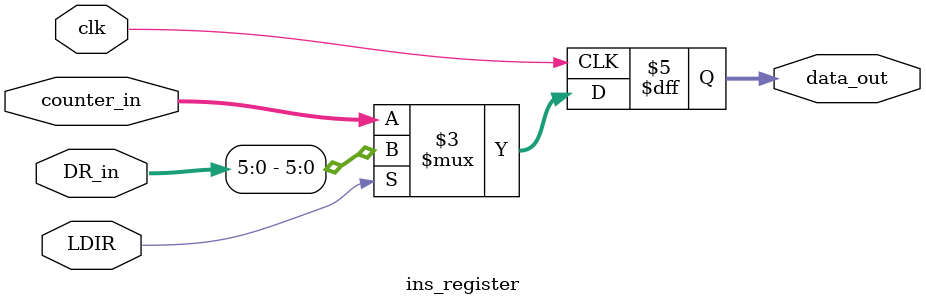
<source format=v>
module ins_register(
    input [15:0] DR_in,
    input [5:0] counter_in,
    input clk,
    input LDIR,
    output reg [5:0] data_out
);

always @(posedge clk) begin
    if(LDIR)    data_out <= DR_in[5:0];
    else        data_out <= counter_in;
end

endmodule
</source>
